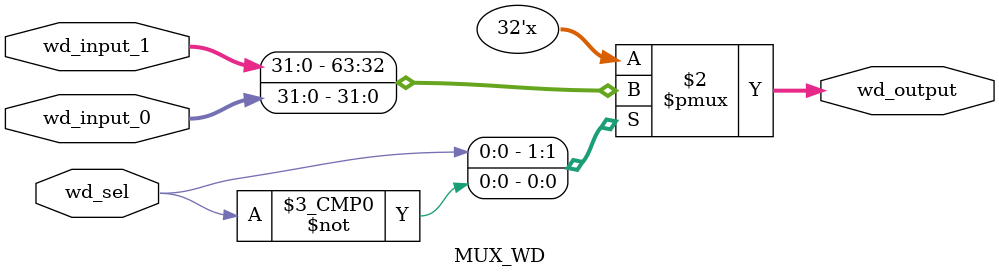
<source format=v>
`timescale 1ns / 1ps

module MUX_WD(
    input    wd_sel,
    input   [31:0] wd_input_0,
    input   [31:0] wd_input_1, 
    output  reg [31:0] wd_output
    );
    
always @ (wd_sel or wd_input_0 or wd_input_1) begin
    case (wd_sel)
       1: wd_output <= wd_input_1;
       0: wd_output <= wd_input_0; 
    endcase 
end

endmodule

</source>
